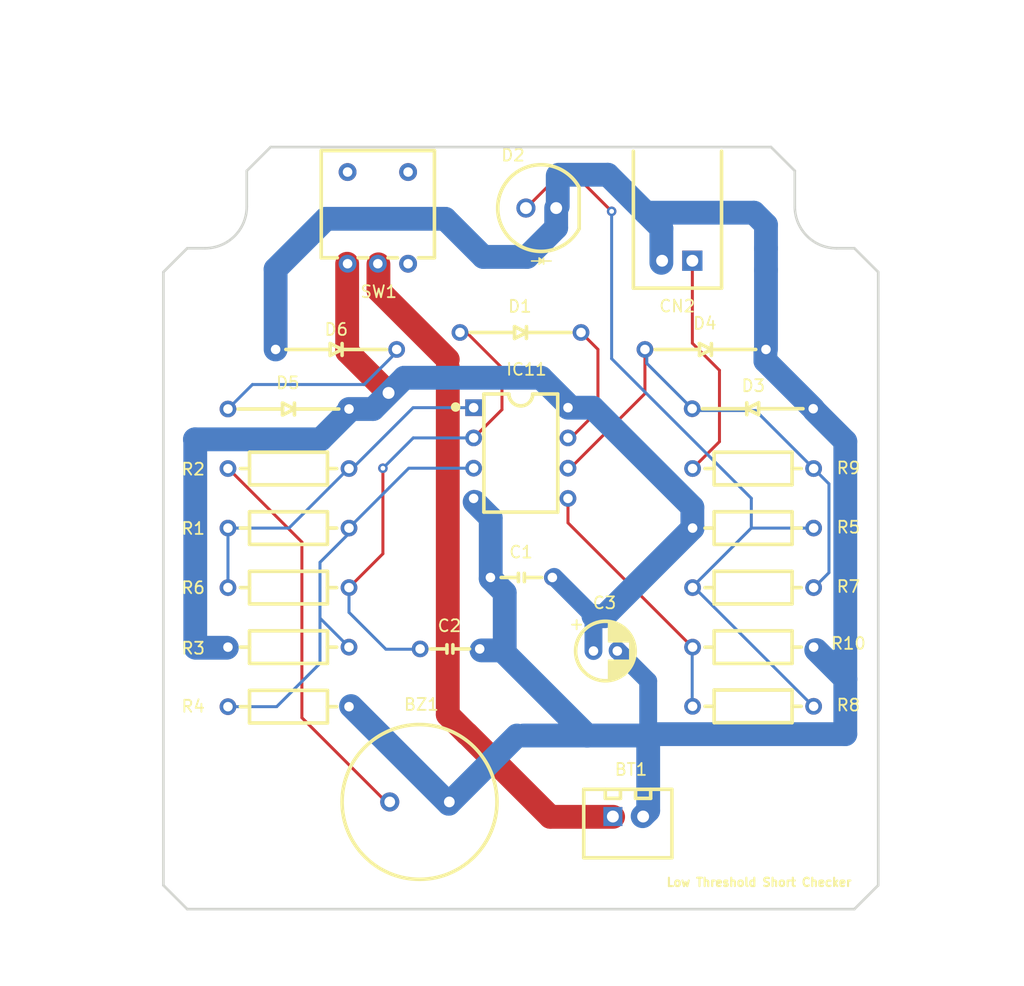
<source format=kicad_pcb>
(kicad_pcb (version 20171130) (host pcbnew "(5.1.10)-1")

  (general
    (thickness 1.6)
    (drawings 24)
    (tracks 135)
    (zones 0)
    (modules 28)
    (nets 15)
  )

  (page A4)
  (layers
    (0 F.Cu signal)
    (31 B.Cu signal)
    (32 B.Adhes user)
    (33 F.Adhes user)
    (34 B.Paste user)
    (35 F.Paste user)
    (36 B.SilkS user)
    (37 F.SilkS user)
    (38 B.Mask user)
    (39 F.Mask user)
    (40 Dwgs.User user)
    (41 Cmts.User user)
    (42 Eco1.User user)
    (43 Eco2.User user)
    (44 Edge.Cuts user)
    (45 Margin user)
    (46 B.CrtYd user)
    (47 F.CrtYd user)
    (48 B.Fab user)
    (49 F.Fab user)
  )

  (setup
    (last_trace_width 0.25)
    (trace_clearance 0.2)
    (zone_clearance 0.508)
    (zone_45_only no)
    (trace_min 0.2)
    (via_size 0.8)
    (via_drill 0.4)
    (via_min_size 0.4)
    (via_min_drill 0.3)
    (uvia_size 0.3)
    (uvia_drill 0.1)
    (uvias_allowed no)
    (uvia_min_size 0.2)
    (uvia_min_drill 0.1)
    (edge_width 0.05)
    (segment_width 0.2)
    (pcb_text_width 0.3)
    (pcb_text_size 1.5 1.5)
    (mod_edge_width 0.12)
    (mod_text_size 1 1)
    (mod_text_width 0.15)
    (pad_size 3.5 3.5)
    (pad_drill 3.5)
    (pad_to_mask_clearance 0)
    (aux_axis_origin 0 0)
    (visible_elements 7FFFFFFF)
    (pcbplotparams
      (layerselection 0x010e0_ffffffff)
      (usegerberextensions false)
      (usegerberattributes true)
      (usegerberadvancedattributes true)
      (creategerberjobfile true)
      (excludeedgelayer true)
      (linewidth 0.100000)
      (plotframeref false)
      (viasonmask false)
      (mode 1)
      (useauxorigin false)
      (hpglpennumber 1)
      (hpglpenspeed 20)
      (hpglpendiameter 15.000000)
      (psnegative false)
      (psa4output false)
      (plotreference true)
      (plotvalue true)
      (plotinvisibletext false)
      (padsonsilk false)
      (subtractmaskfromsilk false)
      (outputformat 1)
      (mirror false)
      (drillshape 0)
      (scaleselection 1)
      (outputdirectory "../../../../../OneDrive/デスクトップ/New folder/kicad/LowThresholdShortChecker_gerber+drill/"))
  )

  (net 0 "")
  (net 1 GND)
  (net 2 "Net-(BT1-Pad1)")
  (net 3 "Net-(BZ1-Pad1)")
  (net 4 +9V)
  (net 5 "Net-(C2-Pad1)")
  (net 6 "Net-(CN2-Pad1)")
  (net 7 "Net-(D1-Pad2)")
  (net 8 "Net-(D2-Pad1)")
  (net 9 "Net-(D3-Pad2)")
  (net 10 "Net-(IC11-Pad3)")
  (net 11 "Net-(SW1-Pad3)")
  (net 12 "Net-(D5-Pad1)")
  (net 13 "Net-(IC11-Pad1)")
  (net 14 "Net-(IC11-Pad5)")

  (net_class Default "This is the default net class."
    (clearance 0.2)
    (trace_width 0.25)
    (via_dia 0.8)
    (via_drill 0.4)
    (uvia_dia 0.3)
    (uvia_drill 0.1)
    (add_net +9V)
    (add_net GND)
    (add_net "Net-(BT1-Pad1)")
    (add_net "Net-(BZ1-Pad1)")
    (add_net "Net-(C2-Pad1)")
    (add_net "Net-(CN2-Pad1)")
    (add_net "Net-(D1-Pad2)")
    (add_net "Net-(D2-Pad1)")
    (add_net "Net-(D3-Pad2)")
    (add_net "Net-(D5-Pad1)")
    (add_net "Net-(IC11-Pad1)")
    (add_net "Net-(IC11-Pad3)")
    (add_net "Net-(IC11-Pad5)")
    (add_net "Net-(SW1-Pad3)")
  )

  (module C:film (layer F.Cu) (tedit 6126D9CB) (tstamp 61265674)
    (at 137.55 117.15)
    (path /612047A3)
    (fp_text reference C2 (at -0.046 -1.9436) (layer F.SilkS)
      (effects (font (size 1 1) (thickness 0.15)))
    )
    (fp_text value 0.1uF (at 0.01016 1.71704) (layer F.Fab)
      (effects (font (size 1 1) (thickness 0.15)))
    )
    (fp_line (start -0.25 0) (end -1.65 0) (layer F.SilkS) (width 0.3))
    (fp_line (start 0.25 0) (end 1.65 0) (layer F.SilkS) (width 0.3))
    (fp_line (start 0.25 0.35) (end 0.25 -0.35) (layer F.SilkS) (width 0.3))
    (fp_line (start -0.25 0.35) (end -0.25 -0.35) (layer F.SilkS) (width 0.3))
    (pad 2 thru_hole circle (at 2.5 0) (size 1.4 1.4) (drill 0.8) (layers *.Cu *.Mask)
      (net 1 GND))
    (pad 1 thru_hole circle (at -2.5 0) (size 1.4 1.4) (drill 0.8) (layers *.Cu *.Mask)
      (net 5 "Net-(C2-Pad1)"))
  )

  (module XH_connector:S2B-XH-A (layer F.Cu) (tedit 5962EBEF) (tstamp 61266FD9)
    (at 157.9 84.55 180)
    (path /611EFDB6)
    (fp_text reference CN2 (at 1.27 -3.81) (layer F.SilkS)
      (effects (font (size 1 1) (thickness 0.15)))
    )
    (fp_text value 2PIN (at 1.27 2.54) (layer F.Fab)
      (effects (font (size 1 1) (thickness 0.15)))
    )
    (fp_line (start -2.45 -2.3) (end 4.95 -2.3) (layer F.SilkS) (width 0.3))
    (fp_line (start -2.45 -2.3) (end -2.45 9.2) (layer F.SilkS) (width 0.3))
    (fp_line (start 4.95 -2.3) (end 4.95 9.2) (layer F.SilkS) (width 0.3))
    (pad 1 thru_hole rect (at 0 0 180) (size 1.7 1.7) (drill 1) (layers *.Cu *.Mask)
      (net 6 "Net-(CN2-Pad1)"))
    (pad 2 thru_hole circle (at 2.54 0 180) (size 1.7 1.7) (drill 1) (layers *.Cu *.Mask)
      (net 1 GND))
    (model Connectors_JST.3dshapes/JST_XH_S02B-XH-A_02x2.50mm_Angled.wrl
      (at (xyz 0 0 0))
      (scale (xyz 1 1 1))
      (rotate (xyz 0 0 0))
    )
  )

  (module "sw:AS1D 47" (layer F.Cu) (tedit 61260325) (tstamp 61266873)
    (at 131.5 79.8)
    (path /611DE7DF)
    (fp_text reference SW1 (at 0.075 7.35) (layer F.SilkS)
      (effects (font (size 1 1) (thickness 0.15)))
    )
    (fp_text value SS12D01G4 (at -0.06096 -6.49948) (layer F.Fab)
      (effects (font (size 1 1) (thickness 0.15)))
    )
    (fp_line (start 4.75 -4.5) (end -4.75 -4.5) (layer F.SilkS) (width 0.3))
    (fp_line (start -3.4 4.5) (end -4.75 4.5) (layer F.SilkS) (width 0.3))
    (fp_line (start 4.75 -4.5) (end 4.75 4.5) (layer F.SilkS) (width 0.3))
    (fp_line (start -4.75 -4.5) (end -4.75 4.5) (layer F.SilkS) (width 0.3))
    (fp_line (start -1.65 4.5) (end -0.85 4.5) (layer F.SilkS) (width 0.3))
    (fp_line (start 0.85 4.5) (end 1.65 4.5) (layer F.SilkS) (width 0.3))
    (fp_line (start 4.75 4.5) (end 3.4 4.5) (layer F.SilkS) (width 0.3))
    (pad 4 thru_hole circle (at -2.54 -2.7) (size 1.5 1.5) (drill 0.8) (layers *.Cu *.Mask))
    (pad 5 thru_hole circle (at 2.54 -2.7) (size 1.5 1.5) (drill 0.8) (layers *.Cu *.Mask))
    (pad 3 thru_hole circle (at 2.54 5) (size 1.5 1.5) (drill 0.8) (layers *.Cu *.Mask)
      (net 11 "Net-(SW1-Pad3)"))
    (pad 2 thru_hole circle (at 0 5) (size 1.5 1.5) (drill 0.8) (layers *.Cu *.Mask)
      (net 2 "Net-(BT1-Pad1)"))
    (pad 1 thru_hole circle (at -2.54 5) (size 1.5 1.5) (drill 0.8) (layers *.Cu *.Mask)
      (net 4 +9V))
  )

  (module XH_connector:XH-2pins (layer F.Cu) (tedit 60CC446D) (tstamp 612676B1)
    (at 152.625 131.225 90)
    (path /611DDC0F)
    (fp_text reference BT1 (at 3.95 0.125 180) (layer F.SilkS)
      (effects (font (size 1 1) (thickness 0.15)))
    )
    (fp_text value BH-9V-1P (at 0 4.699 90) (layer F.Fab)
      (effects (font (size 1 1) (thickness 0.15)))
    )
    (fp_line (start 1.524 1.778) (end 2.286 1.778) (layer F.SilkS) (width 0.3))
    (fp_line (start 1.524 0.508) (end 1.524 1.778) (layer F.SilkS) (width 0.3))
    (fp_line (start 2.286 0.508) (end 1.524 0.508) (layer F.SilkS) (width 0.3))
    (fp_line (start 1.524 -0.762) (end 2.286 -0.762) (layer F.SilkS) (width 0.3))
    (fp_line (start 1.524 -2.032) (end 1.524 -0.762) (layer F.SilkS) (width 0.3))
    (fp_line (start 2.286 -2.032) (end 1.524 -2.032) (layer F.SilkS) (width 0.3))
    (fp_line (start -3.464 -3.844) (end -3.464 3.556) (layer F.SilkS) (width 0.3))
    (fp_line (start -3.464 -3.844) (end 2.286 -3.844) (layer F.SilkS) (width 0.3))
    (fp_line (start 2.286 -3.844) (end 2.286 3.556) (layer F.SilkS) (width 0.3))
    (fp_line (start -3.464 3.556) (end 2.286 3.556) (layer F.SilkS) (width 0.3))
    (pad 2 thru_hole circle (at 0 1.143 90) (size 1.6 1.6) (drill 1) (layers *.Cu *.Mask)
      (net 1 GND))
    (pad 1 thru_hole rect (at 0 -1.397 90) (size 1.6 1.6) (drill 1) (layers *.Cu *.Mask)
      (net 2 "Net-(BT1-Pad1)"))
  )

  (module AD823AN:AD823AN (layer F.Cu) (tedit 61232C1E) (tstamp 612657AD)
    (at 143.5 100.7 270)
    (path /611E6F1F)
    (fp_text reference IC11 (at -7.025 -0.475 180) (layer F.SilkS)
      (effects (font (size 1 1) (thickness 0.15)))
    )
    (fp_text value AD823AN (at 0.254 -0.0508 90) (layer F.Fab)
      (effects (font (size 1 1) (thickness 0.15)))
    )
    (fp_line (start -4.96 3.1) (end -4.96 1) (layer F.SilkS) (width 0.3))
    (fp_line (start 4.96 -3.1) (end 4.96 3.1) (layer F.SilkS) (width 0.3))
    (fp_line (start -4.96 3.1) (end 4.96 3.1) (layer F.SilkS) (width 0.3))
    (fp_line (start -4.96 -3.1) (end -4.96 -1) (layer F.SilkS) (width 0.3))
    (fp_line (start 4.96 -3.1) (end -4.96 -3.1) (layer F.SilkS) (width 0.3))
    (fp_circle (center -3.86588 5.47116) (end -3.56588 5.47116) (layer F.SilkS) (width 0.2))
    (fp_poly (pts (xy -3.58648 5.57276) (xy -3.7338 5.76072) (xy -4.05384 5.76072) (xy -4.18592 5.52196)
      (xy -4.11988 5.32892) (xy -3.99796 5.22732) (xy -3.65252 5.22732)) (layer F.SilkS) (width 0.1))
    (fp_arc (start -4.96 0) (end -4.96 1) (angle -180) (layer F.SilkS) (width 0.3))
    (pad 1 thru_hole rect (at -3.81 3.96 270) (size 1.4 1.4) (drill 0.8) (layers *.Cu *.Mask)
      (net 13 "Net-(IC11-Pad1)"))
    (pad 2 thru_hole circle (at -1.27 3.96 270) (size 1.4 1.4) (drill 0.8) (layers *.Cu *.Mask)
      (net 5 "Net-(C2-Pad1)"))
    (pad 3 thru_hole circle (at 1.27 3.96 270) (size 1.4 1.4) (drill 0.8) (layers *.Cu *.Mask)
      (net 10 "Net-(IC11-Pad3)"))
    (pad 4 thru_hole circle (at 3.81 3.96 270) (size 1.4 1.4) (drill 0.8) (layers *.Cu *.Mask)
      (net 1 GND))
    (pad 8 thru_hole circle (at -3.81 -3.96 270) (size 1.4 1.4) (drill 0.8) (layers *.Cu *.Mask)
      (net 4 +9V))
    (pad 7 thru_hole circle (at -1.27 -3.96 270) (size 1.4 1.4) (drill 0.8) (layers *.Cu *.Mask)
      (net 7 "Net-(D1-Pad2)"))
    (pad 6 thru_hole circle (at 1.27 -3.96 270) (size 1.4 1.4) (drill 0.8) (layers *.Cu *.Mask)
      (net 9 "Net-(D3-Pad2)"))
    (pad 5 thru_hole circle (at 3.81 -3.96 270) (size 1.4 1.4) (drill 0.8) (layers *.Cu *.Mask)
      (net 14 "Net-(IC11-Pad5)"))
  )

  (module MountingHole:MountingHole_2.5mm (layer F.Cu) (tedit 56D1B4CB) (tstamp 61259A8B)
    (at 170 130)
    (descr "Mounting Hole 2.5mm, no annular")
    (tags "mounting hole 2.5mm no annular")
    (attr virtual)
    (fp_text reference REF** (at 0 -3.5) (layer F.SilkS) hide
      (effects (font (size 1 1) (thickness 0.15)))
    )
    (fp_text value MountingHole_2.5mm (at 0 3.5) (layer F.Fab)
      (effects (font (size 1 1) (thickness 0.15)))
    )
    (fp_circle (center 0 0) (end 2.75 0) (layer F.CrtYd) (width 0.05))
    (fp_circle (center 0 0) (end 2.5 0) (layer Cmts.User) (width 0.15))
    (fp_text user %R (at 0.3 0) (layer F.Fab)
      (effects (font (size 1 1) (thickness 0.15)))
    )
    (pad 1 np_thru_hole circle (at 0 0) (size 2.5 2.5) (drill 2.5) (layers *.Cu *.Mask))
  )

  (module MountingHole:MountingHole_2.5mm (layer F.Cu) (tedit 56D1B4CB) (tstamp 61259A8B)
    (at 117 130)
    (descr "Mounting Hole 2.5mm, no annular")
    (tags "mounting hole 2.5mm no annular")
    (attr virtual)
    (fp_text reference REF** (at 0 -3.5) (layer F.SilkS) hide
      (effects (font (size 1 1) (thickness 0.15)))
    )
    (fp_text value MountingHole_2.5mm (at 0 3.5) (layer F.Fab)
      (effects (font (size 1 1) (thickness 0.15)))
    )
    (fp_circle (center 0 0) (end 2.75 0) (layer F.CrtYd) (width 0.05))
    (fp_circle (center 0 0) (end 2.5 0) (layer Cmts.User) (width 0.15))
    (fp_text user %R (at 0.3 0) (layer F.Fab)
      (effects (font (size 1 1) (thickness 0.15)))
    )
    (pad 1 np_thru_hole circle (at 0 0) (size 2.5 2.5) (drill 2.5) (layers *.Cu *.Mask))
  )

  (module MountingHole:MountingHole_2.5mm (layer F.Cu) (tedit 56D1B4CB) (tstamp 61259A8B)
    (at 170 90)
    (descr "Mounting Hole 2.5mm, no annular")
    (tags "mounting hole 2.5mm no annular")
    (attr virtual)
    (fp_text reference REF** (at 0 -3.5) (layer F.SilkS) hide
      (effects (font (size 1 1) (thickness 0.15)))
    )
    (fp_text value MountingHole_2.5mm (at 0 3.5) (layer F.Fab)
      (effects (font (size 1 1) (thickness 0.15)))
    )
    (fp_circle (center 0 0) (end 2.75 0) (layer F.CrtYd) (width 0.05))
    (fp_circle (center 0 0) (end 2.5 0) (layer Cmts.User) (width 0.15))
    (fp_text user %R (at 0.3 0) (layer F.Fab)
      (effects (font (size 1 1) (thickness 0.15)))
    )
    (pad 1 np_thru_hole circle (at 0 0) (size 2.5 2.5) (drill 2.5) (layers *.Cu *.Mask))
  )

  (module MountingHole:MountingHole_2.5mm (layer F.Cu) (tedit 56D1B4CB) (tstamp 61259A6E)
    (at 117 90)
    (descr "Mounting Hole 2.5mm, no annular")
    (tags "mounting hole 2.5mm no annular")
    (attr virtual)
    (fp_text reference REF** (at 0 -3.5) (layer F.SilkS) hide
      (effects (font (size 1 1) (thickness 0.15)))
    )
    (fp_text value MountingHole_2.5mm (at 0 3.5) (layer F.Fab)
      (effects (font (size 1 1) (thickness 0.15)))
    )
    (fp_circle (center 0 0) (end 2.75 0) (layer F.CrtYd) (width 0.05))
    (fp_circle (center 0 0) (end 2.5 0) (layer Cmts.User) (width 0.15))
    (fp_text user %R (at 0.3 0) (layer F.Fab)
      (effects (font (size 1 1) (thickness 0.15)))
    )
    (pad 1 np_thru_hole circle (at 0 0) (size 2.5 2.5) (drill 2.5) (layers *.Cu *.Mask))
  )

  (module R:R (layer F.Cu) (tedit 6124AF5A) (tstamp 61261154)
    (at 163 117)
    (path /611E58A0)
    (fp_text reference R10 (at 8 -0.3124) (layer F.SilkS)
      (effects (font (size 1 1) (thickness 0.15)))
    )
    (fp_text value 30K (at 0 -2.286) (layer F.Fab)
      (effects (font (size 1 1) (thickness 0.15)))
    )
    (fp_line (start -6.13 1.5) (end 6.13 1.5) (layer F.CrtYd) (width 0.05))
    (fp_line (start 3.27 1.37) (end 3.27 -1.37) (layer F.SilkS) (width 0.3))
    (fp_line (start 5.08 0) (end 3.15 0) (layer F.Fab) (width 0.1))
    (fp_line (start -3.15 -1.25) (end -3.15 1.25) (layer F.Fab) (width 0.1))
    (fp_line (start -5.08 0) (end -3.15 0) (layer F.Fab) (width 0.1))
    (fp_line (start -3.27 -1.37) (end -3.27 1.37) (layer F.SilkS) (width 0.3))
    (fp_line (start 4.04 0) (end 3.27 0) (layer F.SilkS) (width 0.3))
    (fp_line (start -3.27 1.37) (end 3.27 1.37) (layer F.SilkS) (width 0.3))
    (fp_line (start 3.15 -1.25) (end -3.15 -1.25) (layer F.Fab) (width 0.1))
    (fp_line (start 6.13 -1.5) (end -6.13 -1.5) (layer F.CrtYd) (width 0.05))
    (fp_line (start 3.27 -1.37) (end -3.27 -1.37) (layer F.SilkS) (width 0.3))
    (fp_line (start -4.04 0) (end -3.27 0) (layer F.SilkS) (width 0.3))
    (fp_line (start -3.15 1.25) (end 3.15 1.25) (layer F.Fab) (width 0.1))
    (fp_line (start 6.13 1.5) (end 6.13 -1.5) (layer F.CrtYd) (width 0.05))
    (fp_line (start 3.15 1.25) (end 3.15 -1.25) (layer F.Fab) (width 0.1))
    (fp_line (start -6.13 -1.5) (end -6.13 1.5) (layer F.CrtYd) (width 0.05))
    (fp_text user L6.3mm_D2.5mm_P10.16mm (at 0.29464 2.77876) (layer F.Fab)
      (effects (font (size 1 1) (thickness 0.15)))
    )
    (pad 1 thru_hole circle (at -5.08 0) (size 1.4 1.4) (drill 0.8) (layers *.Cu *.Mask)
      (net 14 "Net-(IC11-Pad5)"))
    (pad 2 thru_hole circle (at 5.08 0) (size 1.4 1.4) (drill 0.8) (layers *.Cu *.Mask)
      (net 1 GND))
  )

  (module R:R (layer F.Cu) (tedit 6124AF5A) (tstamp 6126125C)
    (at 163 102)
    (path /611EEF9D)
    (fp_text reference R9 (at 8 -0.0444) (layer F.SilkS)
      (effects (font (size 1 1) (thickness 0.15)))
    )
    (fp_text value 2K (at 0 -2.286) (layer F.Fab)
      (effects (font (size 1 1) (thickness 0.15)))
    )
    (fp_line (start -6.13 1.5) (end 6.13 1.5) (layer F.CrtYd) (width 0.05))
    (fp_line (start 3.27 1.37) (end 3.27 -1.37) (layer F.SilkS) (width 0.3))
    (fp_line (start 5.08 0) (end 3.15 0) (layer F.Fab) (width 0.1))
    (fp_line (start -3.15 -1.25) (end -3.15 1.25) (layer F.Fab) (width 0.1))
    (fp_line (start -5.08 0) (end -3.15 0) (layer F.Fab) (width 0.1))
    (fp_line (start -3.27 -1.37) (end -3.27 1.37) (layer F.SilkS) (width 0.3))
    (fp_line (start 4.04 0) (end 3.27 0) (layer F.SilkS) (width 0.3))
    (fp_line (start -3.27 1.37) (end 3.27 1.37) (layer F.SilkS) (width 0.3))
    (fp_line (start 3.15 -1.25) (end -3.15 -1.25) (layer F.Fab) (width 0.1))
    (fp_line (start 6.13 -1.5) (end -6.13 -1.5) (layer F.CrtYd) (width 0.05))
    (fp_line (start 3.27 -1.37) (end -3.27 -1.37) (layer F.SilkS) (width 0.3))
    (fp_line (start -4.04 0) (end -3.27 0) (layer F.SilkS) (width 0.3))
    (fp_line (start -3.15 1.25) (end 3.15 1.25) (layer F.Fab) (width 0.1))
    (fp_line (start 6.13 1.5) (end 6.13 -1.5) (layer F.CrtYd) (width 0.05))
    (fp_line (start 3.15 1.25) (end 3.15 -1.25) (layer F.Fab) (width 0.1))
    (fp_line (start -6.13 -1.5) (end -6.13 1.5) (layer F.CrtYd) (width 0.05))
    (fp_text user L6.3mm_D2.5mm_P10.16mm (at 0.29464 2.77876) (layer F.Fab)
      (effects (font (size 1 1) (thickness 0.15)))
    )
    (pad 1 thru_hole circle (at -5.08 0) (size 1.4 1.4) (drill 0.8) (layers *.Cu *.Mask)
      (net 6 "Net-(CN2-Pad1)"))
    (pad 2 thru_hole circle (at 5.08 0) (size 1.4 1.4) (drill 0.8) (layers *.Cu *.Mask)
      (net 9 "Net-(D3-Pad2)"))
  )

  (module R:R (layer F.Cu) (tedit 6124AF5A) (tstamp 6126121A)
    (at 163 121.9708 180)
    (path /611E544C)
    (fp_text reference R8 (at -8 0.1016) (layer F.SilkS)
      (effects (font (size 1 1) (thickness 0.15)))
    )
    (fp_text value 180K (at 0 -2.286) (layer F.Fab)
      (effects (font (size 1 1) (thickness 0.15)))
    )
    (fp_line (start -6.13 1.5) (end 6.13 1.5) (layer F.CrtYd) (width 0.05))
    (fp_line (start 3.27 1.37) (end 3.27 -1.37) (layer F.SilkS) (width 0.3))
    (fp_line (start 5.08 0) (end 3.15 0) (layer F.Fab) (width 0.1))
    (fp_line (start -3.15 -1.25) (end -3.15 1.25) (layer F.Fab) (width 0.1))
    (fp_line (start -5.08 0) (end -3.15 0) (layer F.Fab) (width 0.1))
    (fp_line (start -3.27 -1.37) (end -3.27 1.37) (layer F.SilkS) (width 0.3))
    (fp_line (start 4.04 0) (end 3.27 0) (layer F.SilkS) (width 0.3))
    (fp_line (start -3.27 1.37) (end 3.27 1.37) (layer F.SilkS) (width 0.3))
    (fp_line (start 3.15 -1.25) (end -3.15 -1.25) (layer F.Fab) (width 0.1))
    (fp_line (start 6.13 -1.5) (end -6.13 -1.5) (layer F.CrtYd) (width 0.05))
    (fp_line (start 3.27 -1.37) (end -3.27 -1.37) (layer F.SilkS) (width 0.3))
    (fp_line (start -4.04 0) (end -3.27 0) (layer F.SilkS) (width 0.3))
    (fp_line (start -3.15 1.25) (end 3.15 1.25) (layer F.Fab) (width 0.1))
    (fp_line (start 6.13 1.5) (end 6.13 -1.5) (layer F.CrtYd) (width 0.05))
    (fp_line (start 3.15 1.25) (end 3.15 -1.25) (layer F.Fab) (width 0.1))
    (fp_line (start -6.13 -1.5) (end -6.13 1.5) (layer F.CrtYd) (width 0.05))
    (fp_text user L6.3mm_D2.5mm_P10.16mm (at 0.29464 2.77876) (layer F.Fab)
      (effects (font (size 1 1) (thickness 0.15)))
    )
    (pad 1 thru_hole circle (at -5.08 0 180) (size 1.4 1.4) (drill 0.8) (layers *.Cu *.Mask)
      (net 8 "Net-(D2-Pad1)"))
    (pad 2 thru_hole circle (at 5.08 0 180) (size 1.4 1.4) (drill 0.8) (layers *.Cu *.Mask)
      (net 14 "Net-(IC11-Pad5)"))
  )

  (module R:R (layer F.Cu) (tedit 6124AF5A) (tstamp 61263F3F)
    (at 163 112)
    (path /611EEA6F)
    (fp_text reference R7 (at 8 -0.0876) (layer F.SilkS)
      (effects (font (size 1 1) (thickness 0.15)))
    )
    (fp_text value 13K (at 0 -2.286) (layer F.Fab)
      (effects (font (size 1 1) (thickness 0.15)))
    )
    (fp_line (start -6.13 1.5) (end 6.13 1.5) (layer F.CrtYd) (width 0.05))
    (fp_line (start 3.27 1.37) (end 3.27 -1.37) (layer F.SilkS) (width 0.3))
    (fp_line (start 5.08 0) (end 3.15 0) (layer F.Fab) (width 0.1))
    (fp_line (start -3.15 -1.25) (end -3.15 1.25) (layer F.Fab) (width 0.1))
    (fp_line (start -5.08 0) (end -3.15 0) (layer F.Fab) (width 0.1))
    (fp_line (start -3.27 -1.37) (end -3.27 1.37) (layer F.SilkS) (width 0.3))
    (fp_line (start 4.04 0) (end 3.27 0) (layer F.SilkS) (width 0.3))
    (fp_line (start -3.27 1.37) (end 3.27 1.37) (layer F.SilkS) (width 0.3))
    (fp_line (start 3.15 -1.25) (end -3.15 -1.25) (layer F.Fab) (width 0.1))
    (fp_line (start 6.13 -1.5) (end -6.13 -1.5) (layer F.CrtYd) (width 0.05))
    (fp_line (start 3.27 -1.37) (end -3.27 -1.37) (layer F.SilkS) (width 0.3))
    (fp_line (start -4.04 0) (end -3.27 0) (layer F.SilkS) (width 0.3))
    (fp_line (start -3.15 1.25) (end 3.15 1.25) (layer F.Fab) (width 0.1))
    (fp_line (start 6.13 1.5) (end 6.13 -1.5) (layer F.CrtYd) (width 0.05))
    (fp_line (start 3.15 1.25) (end 3.15 -1.25) (layer F.Fab) (width 0.1))
    (fp_line (start -6.13 -1.5) (end -6.13 1.5) (layer F.CrtYd) (width 0.05))
    (fp_text user L6.3mm_D2.5mm_P10.16mm (at 0.29464 2.77876) (layer F.Fab)
      (effects (font (size 1 1) (thickness 0.15)))
    )
    (pad 1 thru_hole circle (at -5.08 0) (size 1.4 1.4) (drill 0.8) (layers *.Cu *.Mask)
      (net 8 "Net-(D2-Pad1)"))
    (pad 2 thru_hole circle (at 5.08 0) (size 1.4 1.4) (drill 0.8) (layers *.Cu *.Mask)
      (net 9 "Net-(D3-Pad2)"))
  )

  (module R:R (layer F.Cu) (tedit 6124AF5A) (tstamp 61260DA3)
    (at 124 112)
    (path /61201974)
    (fp_text reference R6 (at -8 0.014) (layer F.SilkS)
      (effects (font (size 1 1) (thickness 0.15)))
    )
    (fp_text value 2K (at 0 -2.286) (layer F.Fab)
      (effects (font (size 1 1) (thickness 0.15)))
    )
    (fp_line (start -6.13 1.5) (end 6.13 1.5) (layer F.CrtYd) (width 0.05))
    (fp_line (start 3.27 1.37) (end 3.27 -1.37) (layer F.SilkS) (width 0.3))
    (fp_line (start 5.08 0) (end 3.15 0) (layer F.Fab) (width 0.1))
    (fp_line (start -3.15 -1.25) (end -3.15 1.25) (layer F.Fab) (width 0.1))
    (fp_line (start -5.08 0) (end -3.15 0) (layer F.Fab) (width 0.1))
    (fp_line (start -3.27 -1.37) (end -3.27 1.37) (layer F.SilkS) (width 0.3))
    (fp_line (start 4.04 0) (end 3.27 0) (layer F.SilkS) (width 0.3))
    (fp_line (start -3.27 1.37) (end 3.27 1.37) (layer F.SilkS) (width 0.3))
    (fp_line (start 3.15 -1.25) (end -3.15 -1.25) (layer F.Fab) (width 0.1))
    (fp_line (start 6.13 -1.5) (end -6.13 -1.5) (layer F.CrtYd) (width 0.05))
    (fp_line (start 3.27 -1.37) (end -3.27 -1.37) (layer F.SilkS) (width 0.3))
    (fp_line (start -4.04 0) (end -3.27 0) (layer F.SilkS) (width 0.3))
    (fp_line (start -3.15 1.25) (end 3.15 1.25) (layer F.Fab) (width 0.1))
    (fp_line (start 6.13 1.5) (end 6.13 -1.5) (layer F.CrtYd) (width 0.05))
    (fp_line (start 3.15 1.25) (end 3.15 -1.25) (layer F.Fab) (width 0.1))
    (fp_line (start -6.13 -1.5) (end -6.13 1.5) (layer F.CrtYd) (width 0.05))
    (fp_text user L6.3mm_D2.5mm_P10.16mm (at 0.29464 2.77876) (layer F.Fab)
      (effects (font (size 1 1) (thickness 0.15)))
    )
    (pad 1 thru_hole circle (at -5.08 0) (size 1.4 1.4) (drill 0.8) (layers *.Cu *.Mask)
      (net 13 "Net-(IC11-Pad1)"))
    (pad 2 thru_hole circle (at 5.08 0) (size 1.4 1.4) (drill 0.8) (layers *.Cu *.Mask)
      (net 5 "Net-(C2-Pad1)"))
  )

  (module R:R (layer F.Cu) (tedit 6124AF5A) (tstamp 61261196)
    (at 163 107)
    (path /611E2750)
    (fp_text reference R5 (at 8 -0.066) (layer F.SilkS)
      (effects (font (size 1 1) (thickness 0.15)))
    )
    (fp_text value 1K (at 0 -2.286) (layer F.Fab)
      (effects (font (size 1 1) (thickness 0.15)))
    )
    (fp_line (start -6.13 1.5) (end 6.13 1.5) (layer F.CrtYd) (width 0.05))
    (fp_line (start 3.27 1.37) (end 3.27 -1.37) (layer F.SilkS) (width 0.3))
    (fp_line (start 5.08 0) (end 3.15 0) (layer F.Fab) (width 0.1))
    (fp_line (start -3.15 -1.25) (end -3.15 1.25) (layer F.Fab) (width 0.1))
    (fp_line (start -5.08 0) (end -3.15 0) (layer F.Fab) (width 0.1))
    (fp_line (start -3.27 -1.37) (end -3.27 1.37) (layer F.SilkS) (width 0.3))
    (fp_line (start 4.04 0) (end 3.27 0) (layer F.SilkS) (width 0.3))
    (fp_line (start -3.27 1.37) (end 3.27 1.37) (layer F.SilkS) (width 0.3))
    (fp_line (start 3.15 -1.25) (end -3.15 -1.25) (layer F.Fab) (width 0.1))
    (fp_line (start 6.13 -1.5) (end -6.13 -1.5) (layer F.CrtYd) (width 0.05))
    (fp_line (start 3.27 -1.37) (end -3.27 -1.37) (layer F.SilkS) (width 0.3))
    (fp_line (start -4.04 0) (end -3.27 0) (layer F.SilkS) (width 0.3))
    (fp_line (start -3.15 1.25) (end 3.15 1.25) (layer F.Fab) (width 0.1))
    (fp_line (start 6.13 1.5) (end 6.13 -1.5) (layer F.CrtYd) (width 0.05))
    (fp_line (start 3.15 1.25) (end 3.15 -1.25) (layer F.Fab) (width 0.1))
    (fp_line (start -6.13 -1.5) (end -6.13 1.5) (layer F.CrtYd) (width 0.05))
    (fp_text user L6.3mm_D2.5mm_P10.16mm (at 0.29464 2.77876) (layer F.Fab)
      (effects (font (size 1 1) (thickness 0.15)))
    )
    (pad 1 thru_hole circle (at -5.08 0) (size 1.4 1.4) (drill 0.8) (layers *.Cu *.Mask)
      (net 4 +9V))
    (pad 2 thru_hole circle (at 5.08 0) (size 1.4 1.4) (drill 0.8) (layers *.Cu *.Mask)
      (net 8 "Net-(D2-Pad1)"))
  )

  (module R:R (layer F.Cu) (tedit 6124AF5A) (tstamp 6126137A)
    (at 124 122)
    (path /611FE6C2)
    (fp_text reference R4 (at -8 -0.0292) (layer F.SilkS)
      (effects (font (size 1 1) (thickness 0.15)))
    )
    (fp_text value 10K (at 0 -2.286) (layer F.Fab)
      (effects (font (size 1 1) (thickness 0.15)))
    )
    (fp_line (start -6.13 1.5) (end 6.13 1.5) (layer F.CrtYd) (width 0.05))
    (fp_line (start 3.27 1.37) (end 3.27 -1.37) (layer F.SilkS) (width 0.3))
    (fp_line (start 5.08 0) (end 3.15 0) (layer F.Fab) (width 0.1))
    (fp_line (start -3.15 -1.25) (end -3.15 1.25) (layer F.Fab) (width 0.1))
    (fp_line (start -5.08 0) (end -3.15 0) (layer F.Fab) (width 0.1))
    (fp_line (start -3.27 -1.37) (end -3.27 1.37) (layer F.SilkS) (width 0.3))
    (fp_line (start 4.04 0) (end 3.27 0) (layer F.SilkS) (width 0.3))
    (fp_line (start -3.27 1.37) (end 3.27 1.37) (layer F.SilkS) (width 0.3))
    (fp_line (start 3.15 -1.25) (end -3.15 -1.25) (layer F.Fab) (width 0.1))
    (fp_line (start 6.13 -1.5) (end -6.13 -1.5) (layer F.CrtYd) (width 0.05))
    (fp_line (start 3.27 -1.37) (end -3.27 -1.37) (layer F.SilkS) (width 0.3))
    (fp_line (start -4.04 0) (end -3.27 0) (layer F.SilkS) (width 0.3))
    (fp_line (start -3.15 1.25) (end 3.15 1.25) (layer F.Fab) (width 0.1))
    (fp_line (start 6.13 1.5) (end 6.13 -1.5) (layer F.CrtYd) (width 0.05))
    (fp_line (start 3.15 1.25) (end 3.15 -1.25) (layer F.Fab) (width 0.1))
    (fp_line (start -6.13 -1.5) (end -6.13 1.5) (layer F.CrtYd) (width 0.05))
    (fp_text user L6.3mm_D2.5mm_P10.16mm (at 0.29464 2.77876) (layer F.Fab)
      (effects (font (size 1 1) (thickness 0.15)))
    )
    (pad 1 thru_hole circle (at -5.08 0) (size 1.4 1.4) (drill 0.8) (layers *.Cu *.Mask)
      (net 10 "Net-(IC11-Pad3)"))
    (pad 2 thru_hole circle (at 5.08 0) (size 1.4 1.4) (drill 0.8) (layers *.Cu *.Mask)
      (net 1 GND))
  )

  (module R:R (layer F.Cu) (tedit 6124AF5A) (tstamp 61263782)
    (at 124 117)
    (path /611FDCA1)
    (fp_text reference R3 (at -8 0.094) (layer F.SilkS)
      (effects (font (size 1 1) (thickness 0.15)))
    )
    (fp_text value 10K (at 0 -2.286) (layer F.Fab)
      (effects (font (size 1 1) (thickness 0.15)))
    )
    (fp_line (start -6.13 1.5) (end 6.13 1.5) (layer F.CrtYd) (width 0.05))
    (fp_line (start 3.27 1.37) (end 3.27 -1.37) (layer F.SilkS) (width 0.3))
    (fp_line (start 5.08 0) (end 3.15 0) (layer F.Fab) (width 0.1))
    (fp_line (start -3.15 -1.25) (end -3.15 1.25) (layer F.Fab) (width 0.1))
    (fp_line (start -5.08 0) (end -3.15 0) (layer F.Fab) (width 0.1))
    (fp_line (start -3.27 -1.37) (end -3.27 1.37) (layer F.SilkS) (width 0.3))
    (fp_line (start 4.04 0) (end 3.27 0) (layer F.SilkS) (width 0.3))
    (fp_line (start -3.27 1.37) (end 3.27 1.37) (layer F.SilkS) (width 0.3))
    (fp_line (start 3.15 -1.25) (end -3.15 -1.25) (layer F.Fab) (width 0.1))
    (fp_line (start 6.13 -1.5) (end -6.13 -1.5) (layer F.CrtYd) (width 0.05))
    (fp_line (start 3.27 -1.37) (end -3.27 -1.37) (layer F.SilkS) (width 0.3))
    (fp_line (start -4.04 0) (end -3.27 0) (layer F.SilkS) (width 0.3))
    (fp_line (start -3.15 1.25) (end 3.15 1.25) (layer F.Fab) (width 0.1))
    (fp_line (start 6.13 1.5) (end 6.13 -1.5) (layer F.CrtYd) (width 0.05))
    (fp_line (start 3.15 1.25) (end 3.15 -1.25) (layer F.Fab) (width 0.1))
    (fp_line (start -6.13 -1.5) (end -6.13 1.5) (layer F.CrtYd) (width 0.05))
    (fp_text user L6.3mm_D2.5mm_P10.16mm (at 0.29464 2.77876) (layer F.Fab)
      (effects (font (size 1 1) (thickness 0.15)))
    )
    (pad 1 thru_hole circle (at -5.08 0) (size 1.4 1.4) (drill 0.8) (layers *.Cu *.Mask)
      (net 4 +9V))
    (pad 2 thru_hole circle (at 5.08 0) (size 1.4 1.4) (drill 0.8) (layers *.Cu *.Mask)
      (net 10 "Net-(IC11-Pad3)"))
  )

  (module R:R (layer F.Cu) (tedit 6124AF5A) (tstamp 6126393D)
    (at 124 102)
    (path /611E510C)
    (fp_text reference R2 (at -8 0.0572) (layer F.SilkS)
      (effects (font (size 1 1) (thickness 0.15)))
    )
    (fp_text value 1K (at 0 -2.286) (layer F.Fab)
      (effects (font (size 1 1) (thickness 0.15)))
    )
    (fp_line (start -6.13 1.5) (end 6.13 1.5) (layer F.CrtYd) (width 0.05))
    (fp_line (start 3.27 1.37) (end 3.27 -1.37) (layer F.SilkS) (width 0.3))
    (fp_line (start 5.08 0) (end 3.15 0) (layer F.Fab) (width 0.1))
    (fp_line (start -3.15 -1.25) (end -3.15 1.25) (layer F.Fab) (width 0.1))
    (fp_line (start -5.08 0) (end -3.15 0) (layer F.Fab) (width 0.1))
    (fp_line (start -3.27 -1.37) (end -3.27 1.37) (layer F.SilkS) (width 0.3))
    (fp_line (start 4.04 0) (end 3.27 0) (layer F.SilkS) (width 0.3))
    (fp_line (start -3.27 1.37) (end 3.27 1.37) (layer F.SilkS) (width 0.3))
    (fp_line (start 3.15 -1.25) (end -3.15 -1.25) (layer F.Fab) (width 0.1))
    (fp_line (start 6.13 -1.5) (end -6.13 -1.5) (layer F.CrtYd) (width 0.05))
    (fp_line (start 3.27 -1.37) (end -3.27 -1.37) (layer F.SilkS) (width 0.3))
    (fp_line (start -4.04 0) (end -3.27 0) (layer F.SilkS) (width 0.3))
    (fp_line (start -3.15 1.25) (end 3.15 1.25) (layer F.Fab) (width 0.1))
    (fp_line (start 6.13 1.5) (end 6.13 -1.5) (layer F.CrtYd) (width 0.05))
    (fp_line (start 3.15 1.25) (end 3.15 -1.25) (layer F.Fab) (width 0.1))
    (fp_line (start -6.13 -1.5) (end -6.13 1.5) (layer F.CrtYd) (width 0.05))
    (fp_text user L6.3mm_D2.5mm_P10.16mm (at 0.29464 2.77876) (layer F.Fab)
      (effects (font (size 1 1) (thickness 0.15)))
    )
    (pad 1 thru_hole circle (at -5.08 0) (size 1.4 1.4) (drill 0.8) (layers *.Cu *.Mask)
      (net 3 "Net-(BZ1-Pad1)"))
    (pad 2 thru_hole circle (at 5.08 0) (size 1.4 1.4) (drill 0.8) (layers *.Cu *.Mask)
      (net 13 "Net-(IC11-Pad1)"))
  )

  (module R:R (layer F.Cu) (tedit 6124AF5A) (tstamp 61260DE5)
    (at 124 107)
    (path /61209B89)
    (fp_text reference R1 (at -8 0.0356) (layer F.SilkS)
      (effects (font (size 1 1) (thickness 0.15)))
    )
    (fp_text value 10K (at 0 -2.286) (layer F.Fab)
      (effects (font (size 1 1) (thickness 0.15)))
    )
    (fp_line (start -6.13 1.5) (end 6.13 1.5) (layer F.CrtYd) (width 0.05))
    (fp_line (start 3.27 1.37) (end 3.27 -1.37) (layer F.SilkS) (width 0.3))
    (fp_line (start 5.08 0) (end 3.15 0) (layer F.Fab) (width 0.1))
    (fp_line (start -3.15 -1.25) (end -3.15 1.25) (layer F.Fab) (width 0.1))
    (fp_line (start -5.08 0) (end -3.15 0) (layer F.Fab) (width 0.1))
    (fp_line (start -3.27 -1.37) (end -3.27 1.37) (layer F.SilkS) (width 0.3))
    (fp_line (start 4.04 0) (end 3.27 0) (layer F.SilkS) (width 0.3))
    (fp_line (start -3.27 1.37) (end 3.27 1.37) (layer F.SilkS) (width 0.3))
    (fp_line (start 3.15 -1.25) (end -3.15 -1.25) (layer F.Fab) (width 0.1))
    (fp_line (start 6.13 -1.5) (end -6.13 -1.5) (layer F.CrtYd) (width 0.05))
    (fp_line (start 3.27 -1.37) (end -3.27 -1.37) (layer F.SilkS) (width 0.3))
    (fp_line (start -4.04 0) (end -3.27 0) (layer F.SilkS) (width 0.3))
    (fp_line (start -3.15 1.25) (end 3.15 1.25) (layer F.Fab) (width 0.1))
    (fp_line (start 6.13 1.5) (end 6.13 -1.5) (layer F.CrtYd) (width 0.05))
    (fp_line (start 3.15 1.25) (end 3.15 -1.25) (layer F.Fab) (width 0.1))
    (fp_line (start -6.13 -1.5) (end -6.13 1.5) (layer F.CrtYd) (width 0.05))
    (fp_text user L6.3mm_D2.5mm_P10.16mm (at 0.29464 2.77876) (layer F.Fab)
      (effects (font (size 1 1) (thickness 0.15)))
    )
    (pad 1 thru_hole circle (at -5.08 0) (size 1.4 1.4) (drill 0.8) (layers *.Cu *.Mask)
      (net 13 "Net-(IC11-Pad1)"))
    (pad 2 thru_hole circle (at 5.08 0) (size 1.4 1.4) (drill 0.8) (layers *.Cu *.Mask)
      (net 10 "Net-(IC11-Pad3)"))
  )

  (module Diode_custom:1S2076A (layer F.Cu) (tedit 6122F7BA) (tstamp 61260E71)
    (at 128 92)
    (path /61237C9B)
    (fp_text reference D6 (at 0.016 -1.6776) (layer F.SilkS)
      (effects (font (size 1 1) (thickness 0.15)))
    )
    (fp_text value 1S2076A (at -0.05588 -3.1924) (layer F.Fab)
      (effects (font (size 1 1) (thickness 0.15)))
    )
    (fp_line (start 0.5 -0.5) (end 0.5 0.5) (layer F.SilkS) (width 0.3))
    (fp_line (start -0.5 0.5) (end 0.5 0) (layer F.SilkS) (width 0.3))
    (fp_line (start -0.5 -0.5) (end 0.5 0) (layer F.SilkS) (width 0.3))
    (fp_line (start -0.5 -0.5) (end -0.5 0) (layer F.SilkS) (width 0.3))
    (fp_line (start -0.5 0) (end -0.5 0.5) (layer F.SilkS) (width 0.3))
    (fp_line (start 0.5 0) (end 4.22148 0) (layer F.SilkS) (width 0.3))
    (fp_line (start -4.22148 0) (end -0.5 0) (layer F.SilkS) (width 0.3))
    (pad 2 thru_hole circle (at 5.08 0) (size 1.4 1.4) (drill 0.8) (layers *.Cu *.Mask)
      (net 12 "Net-(D5-Pad1)"))
    (pad 1 thru_hole circle (at -5.08 0) (size 1.4 1.4) (drill 0.8) (layers *.Cu *.Mask)
      (net 1 GND))
  )

  (module Diode_custom:1S2076A (layer F.Cu) (tedit 6122F7BA) (tstamp 612512D2)
    (at 124 97)
    (path /61236DBF)
    (fp_text reference D5 (at -0.05588 -2.1924) (layer F.SilkS)
      (effects (font (size 1 1) (thickness 0.15)))
    )
    (fp_text value 1S2076A (at -0.05588 -3.1924) (layer F.Fab)
      (effects (font (size 1 1) (thickness 0.15)))
    )
    (fp_line (start 0.5 -0.5) (end 0.5 0.5) (layer F.SilkS) (width 0.3))
    (fp_line (start -0.5 0.5) (end 0.5 0) (layer F.SilkS) (width 0.3))
    (fp_line (start -0.5 -0.5) (end 0.5 0) (layer F.SilkS) (width 0.3))
    (fp_line (start -0.5 -0.5) (end -0.5 0) (layer F.SilkS) (width 0.3))
    (fp_line (start -0.5 0) (end -0.5 0.5) (layer F.SilkS) (width 0.3))
    (fp_line (start 0.5 0) (end 4.22148 0) (layer F.SilkS) (width 0.3))
    (fp_line (start -4.22148 0) (end -0.5 0) (layer F.SilkS) (width 0.3))
    (pad 2 thru_hole circle (at 5.08 0) (size 1.4 1.4) (drill 0.8) (layers *.Cu *.Mask)
      (net 4 +9V))
    (pad 1 thru_hole circle (at -5.08 0) (size 1.4 1.4) (drill 0.8) (layers *.Cu *.Mask)
      (net 12 "Net-(D5-Pad1)"))
  )

  (module Diode_custom:1S2076A (layer F.Cu) (tedit 6122F7BA) (tstamp 6126069A)
    (at 159 92)
    (path /6122759B)
    (fp_text reference D4 (at -0.05588 -2.1924) (layer F.SilkS)
      (effects (font (size 1 1) (thickness 0.15)))
    )
    (fp_text value 1S2076A (at -0.05588 -3.1924) (layer F.Fab)
      (effects (font (size 1 1) (thickness 0.15)))
    )
    (fp_line (start 0.5 -0.5) (end 0.5 0.5) (layer F.SilkS) (width 0.3))
    (fp_line (start -0.5 0.5) (end 0.5 0) (layer F.SilkS) (width 0.3))
    (fp_line (start -0.5 -0.5) (end 0.5 0) (layer F.SilkS) (width 0.3))
    (fp_line (start -0.5 -0.5) (end -0.5 0) (layer F.SilkS) (width 0.3))
    (fp_line (start -0.5 0) (end -0.5 0.5) (layer F.SilkS) (width 0.3))
    (fp_line (start 0.5 0) (end 4.22148 0) (layer F.SilkS) (width 0.3))
    (fp_line (start -4.22148 0) (end -0.5 0) (layer F.SilkS) (width 0.3))
    (pad 2 thru_hole circle (at 5.08 0) (size 1.4 1.4) (drill 0.8) (layers *.Cu *.Mask)
      (net 1 GND))
    (pad 1 thru_hole circle (at -5.08 0) (size 1.4 1.4) (drill 0.8) (layers *.Cu *.Mask)
      (net 9 "Net-(D3-Pad2)"))
  )

  (module Diode_custom:1S2076A (layer F.Cu) (tedit 6122F7BA) (tstamp 612614B1)
    (at 162.9664 96.9772 180)
    (path /61224A07)
    (fp_text reference D3 (at -0.0508 1.9304) (layer F.SilkS)
      (effects (font (size 1 1) (thickness 0.15)))
    )
    (fp_text value 1S2076A (at -0.05588 -3.1924) (layer F.Fab)
      (effects (font (size 1 1) (thickness 0.15)))
    )
    (fp_line (start 0.5 -0.5) (end 0.5 0.5) (layer F.SilkS) (width 0.3))
    (fp_line (start -0.5 0.5) (end 0.5 0) (layer F.SilkS) (width 0.3))
    (fp_line (start -0.5 -0.5) (end 0.5 0) (layer F.SilkS) (width 0.3))
    (fp_line (start -0.5 -0.5) (end -0.5 0) (layer F.SilkS) (width 0.3))
    (fp_line (start -0.5 0) (end -0.5 0.5) (layer F.SilkS) (width 0.3))
    (fp_line (start 0.5 0) (end 4.22148 0) (layer F.SilkS) (width 0.3))
    (fp_line (start -4.22148 0) (end -0.5 0) (layer F.SilkS) (width 0.3))
    (pad 2 thru_hole circle (at 5.08 0 180) (size 1.4 1.4) (drill 0.8) (layers *.Cu *.Mask)
      (net 9 "Net-(D3-Pad2)"))
    (pad 1 thru_hole circle (at -5.08 0 180) (size 1.4 1.4) (drill 0.8) (layers *.Cu *.Mask)
      (net 1 GND))
  )

  (module led-OS:LED_HLMP4700 (layer F.Cu) (tedit 612307E1) (tstamp 612512AB)
    (at 145.2 80.125)
    (path /611E35A9)
    (fp_text reference D2 (at -2.3556 -4.4412) (layer F.SilkS)
      (effects (font (size 1 1) (thickness 0.15)))
    )
    (fp_text value RED (at -0.0508 -5.47332) (layer F.Fab)
      (effects (font (size 1 1) (thickness 0.15)))
    )
    (fp_line (start 0.21336 4.445) (end 0.59436 4.445) (layer F.SilkS) (width 0.12))
    (fp_line (start 0.21336 4.445) (end -0.16764 4.699) (layer F.SilkS) (width 0.12))
    (fp_line (start -0.16764 4.191) (end 0.21336 4.445) (layer F.SilkS) (width 0.12))
    (fp_line (start 0.59436 4.445) (end 0.84836 4.445) (layer F.SilkS) (width 0.12))
    (fp_line (start -0.16764 4.699) (end -0.16764 4.445) (layer F.SilkS) (width 0.12))
    (fp_line (start 0.21336 4.699) (end 0.21336 4.445) (layer F.SilkS) (width 0.12))
    (fp_line (start -0.80264 4.445) (end -0.16764 4.445) (layer F.SilkS) (width 0.12))
    (fp_line (start 0.21336 4.191) (end 0.21336 4.699) (layer F.SilkS) (width 0.12))
    (fp_line (start -0.16764 4.445) (end -0.16764 4.191) (layer F.SilkS) (width 0.12))
    (fp_line (start 3.2 -1.73228) (end 3.2 1.73228) (layer F.SilkS) (width 0.3))
    (fp_poly (pts (xy 0.16764 4.43992) (xy -0.14732 4.67868) (xy -0.14732 4.26212)) (layer F.SilkS) (width 0.1))
    (fp_arc (start 0 0) (end 3.2 -1.73228) (angle -303) (layer F.SilkS) (width 0.3))
    (pad 2 thru_hole circle (at 1.27 0 90) (size 1.6 1.6) (drill 1) (layers *.Cu *.Mask)
      (net 1 GND))
    (pad 1 thru_hole circle (at -1.27 0 90) (size 1.6 1.6) (drill 1) (layers *.Cu *.Mask)
      (net 8 "Net-(D2-Pad1)"))
  )

  (module Diode_custom:1S2076A (layer F.Cu) (tedit 6122F7BA) (tstamp 61260E35)
    (at 143.475 90.575)
    (path /611FB803)
    (fp_text reference D1 (at -0.05588 -2.1924) (layer F.SilkS)
      (effects (font (size 1 1) (thickness 0.15)))
    )
    (fp_text value 1S2076A (at -0.05588 -3.1924) (layer F.Fab)
      (effects (font (size 1 1) (thickness 0.15)))
    )
    (fp_line (start 0.5 -0.5) (end 0.5 0.5) (layer F.SilkS) (width 0.3))
    (fp_line (start -0.5 0.5) (end 0.5 0) (layer F.SilkS) (width 0.3))
    (fp_line (start -0.5 -0.5) (end 0.5 0) (layer F.SilkS) (width 0.3))
    (fp_line (start -0.5 -0.5) (end -0.5 0) (layer F.SilkS) (width 0.3))
    (fp_line (start -0.5 0) (end -0.5 0.5) (layer F.SilkS) (width 0.3))
    (fp_line (start 0.5 0) (end 4.22148 0) (layer F.SilkS) (width 0.3))
    (fp_line (start -4.22148 0) (end -0.5 0) (layer F.SilkS) (width 0.3))
    (pad 2 thru_hole circle (at 5.08 0) (size 1.4 1.4) (drill 0.8) (layers *.Cu *.Mask)
      (net 7 "Net-(D1-Pad2)"))
    (pad 1 thru_hole circle (at -5.08 0) (size 1.4 1.4) (drill 0.8) (layers *.Cu *.Mask)
      (net 5 "Net-(C2-Pad1)"))
  )

  (module C:C_47uf-16v (layer F.Cu) (tedit 6122F72E) (tstamp 6125127C)
    (at 150.6 117.325)
    (path /611E0EF7)
    (fp_text reference C3 (at -0.0732 -4.0424) (layer F.SilkS)
      (effects (font (size 1 1) (thickness 0.15)))
    )
    (fp_text value 47uF/16V (at 0 3.81) (layer F.Fab)
      (effects (font (size 1 1) (thickness 0.15)))
    )
    (fp_poly (pts (xy 0.889 -2.413) (xy 1.778 -1.778) (xy 2.413 -0.762) (xy 2.413 0.762)
      (xy 1.651 2.032) (xy 0.254 2.413) (xy 0.254 0.762) (xy 2.032 0.762)
      (xy 2.032 -0.762) (xy 0.254 -0.762) (xy 0.254 -2.54)) (layer F.SilkS) (width 0.1))
    (fp_circle (center 0 0) (end 2.5 0) (layer F.SilkS) (width 0.3))
    (fp_text user + (at -2.413 -2.286) (layer F.SilkS)
      (effects (font (size 1 1) (thickness 0.15)))
    )
    (pad 2 thru_hole circle (at 1 0) (size 1.4 1.4) (drill 0.8) (layers *.Cu *.Mask)
      (net 1 GND))
    (pad 1 thru_hole circle (at -1 0) (size 1.4 1.4) (drill 0.8) (layers *.Cu *.Mask)
      (net 4 +9V))
  )

  (module C:ceramic (layer F.Cu) (tedit 6122FA02) (tstamp 612643B0)
    (at 143.55 111.15)
    (path /611E7ED2)
    (fp_text reference C1 (at -0.0328 -2.1336) (layer F.SilkS)
      (effects (font (size 1 1) (thickness 0.15)))
    )
    (fp_text value 0.1uF (at 0.09652 1.6764) (layer F.Fab)
      (effects (font (size 1 1) (thickness 0.15)))
    )
    (fp_line (start -0.25 0.35) (end -0.25 -0.35) (layer F.SilkS) (width 0.3))
    (fp_line (start -0.25 0) (end -1.7 0) (layer F.SilkS) (width 0.3))
    (fp_line (start 0.25 0) (end 1.7 0) (layer F.SilkS) (width 0.3))
    (fp_line (start 0.25 0.35) (end 0.25 -0.35) (layer F.SilkS) (width 0.3))
    (pad 2 thru_hole circle (at 2.6 0) (size 1.4 1.4) (drill 0.8) (layers *.Cu *.Mask)
      (net 4 +9V))
    (pad 1 thru_hole circle (at -2.6 0) (size 1.4 1.4) (drill 0.8) (layers *.Cu *.Mask)
      (net 1 GND))
  )

  (module PKM13EPYH4000-A0:PKM13EPYH4000-A0 (layer F.Cu) (tedit 611F58FF) (tstamp 612652AD)
    (at 135 130)
    (path /61245DB8)
    (fp_text reference BZ1 (at 0.1524 -8.1868) (layer F.SilkS)
      (effects (font (size 1 1) (thickness 0.15)))
    )
    (fp_text value PKM13EPYH4000-A0 (at 0.1524 -9.1868) (layer F.Fab)
      (effects (font (size 1 1) (thickness 0.15)))
    )
    (fp_circle (center 0 0) (end 6.5 0) (layer F.SilkS) (width 0.3))
    (pad 2 thru_hole circle (at 2.5 0) (size 1.6 1.6) (drill 0.9) (layers *.Cu *.Mask)
      (net 1 GND))
    (pad 1 thru_hole circle (at -2.5 0) (size 1.6 1.6) (drill 0.9) (layers *.Cu *.Mask)
      (net 3 "Net-(BZ1-Pad1)"))
  )

  (dimension 53 (width 0.15) (layer Dwgs.User)
    (gr_text "53.000 mm" (at 143.5 146.099999) (layer Dwgs.User)
      (effects (font (size 1 1) (thickness 0.15)))
    )
    (feature1 (pts (xy 170 130) (xy 170 145.38642)))
    (feature2 (pts (xy 117 130) (xy 117 145.38642)))
    (crossbar (pts (xy 117 144.799999) (xy 170 144.799999)))
    (arrow1a (pts (xy 170 144.799999) (xy 168.873496 145.38642)))
    (arrow1b (pts (xy 170 144.799999) (xy 168.873496 144.213578)))
    (arrow2a (pts (xy 117 144.799999) (xy 118.126504 145.38642)))
    (arrow2b (pts (xy 117 144.799999) (xy 118.126504 144.213578)))
  )
  (dimension 60 (width 0.15) (layer Dwgs.User)
    (gr_text "60.000 mm" (at 143.5 63.35) (layer Dwgs.User)
      (effects (font (size 1 1) (thickness 0.15)))
    )
    (feature1 (pts (xy 173.5 85.5) (xy 173.5 64.063579)))
    (feature2 (pts (xy 113.5 85.5) (xy 113.5 64.063579)))
    (crossbar (pts (xy 113.5 64.65) (xy 173.5 64.65)))
    (arrow1a (pts (xy 173.5 64.65) (xy 172.373496 65.236421)))
    (arrow1b (pts (xy 173.5 64.65) (xy 172.373496 64.063579)))
    (arrow2a (pts (xy 113.5 64.65) (xy 114.626504 65.236421)))
    (arrow2b (pts (xy 113.5 64.65) (xy 114.626504 64.063579)))
  )
  (gr_text "Low Threshold Short Checker" (at 163.5 136.75) (layer F.SilkS)
    (effects (font (size 0.7 0.7) (thickness 0.175)))
  )
  (dimension 8.5 (width 0.15) (layer Dwgs.User)
    (gr_text "8.500 mm" (at 103.45 79.25 90) (layer Dwgs.User)
      (effects (font (size 1 1) (thickness 0.15)))
    )
    (feature1 (pts (xy 122.225 75) (xy 104.163579 75)))
    (feature2 (pts (xy 122.225 83.5) (xy 104.163579 83.5)))
    (crossbar (pts (xy 104.75 83.5) (xy 104.75 75)))
    (arrow1a (pts (xy 104.75 75) (xy 105.336421 76.126504)))
    (arrow1b (pts (xy 104.75 75) (xy 104.163579 76.126504)))
    (arrow2a (pts (xy 104.75 83.5) (xy 105.336421 82.373496)))
    (arrow2b (pts (xy 104.75 83.5) (xy 104.163579 82.373496)))
  )
  (gr_line (start 173.5 137) (end 171.5 139) (layer Edge.Cuts) (width 0.22) (tstamp 6126480C))
  (gr_line (start 115.5 139) (end 113.5 137) (layer Edge.Cuts) (width 0.22) (tstamp 61264808))
  (gr_line (start 173.5 85.5) (end 171.5 83.5) (layer Edge.Cuts) (width 0.22) (tstamp 612647FC))
  (gr_line (start 115.5 83.5) (end 113.5 85.5) (layer Edge.Cuts) (width 0.22) (tstamp 61264709))
  (gr_line (start 164.5 75) (end 166.5 77) (layer Edge.Cuts) (width 0.22) (tstamp 612646F9))
  (gr_line (start 122.5 75) (end 120.5 77) (layer Edge.Cuts) (width 0.22) (tstamp 612646F7))
  (gr_arc (start 170 80) (end 166.5 80) (angle -90) (layer Edge.Cuts) (width 0.22))
  (gr_line (start 122.5 75) (end 164.5 75) (layer Edge.Cuts) (width 0.22) (tstamp 61262DF5))
  (gr_line (start 166.5 77) (end 166.5 80) (layer Edge.Cuts) (width 0.22) (tstamp 61262B33))
  (gr_arc (start 117 80) (end 117 83.5) (angle -90) (layer Edge.Cuts) (width 0.22))
  (dimension 46.000001 (width 0.15) (layer Dwgs.User)
    (gr_text "46.000 mm" (at 143.498582 68.472251 0.01245560405) (layer Dwgs.User)
      (effects (font (size 1 1) (thickness 0.15)))
    )
    (feature1 (pts (xy 166.5 74.99) (xy 166.498737 69.18083)))
    (feature2 (pts (xy 120.5 75) (xy 120.498737 69.19083)))
    (crossbar (pts (xy 120.498865 69.777251) (xy 166.498865 69.767251)))
    (arrow1a (pts (xy 166.498865 69.767251) (xy 165.372489 70.353917)))
    (arrow1b (pts (xy 166.498865 69.767251) (xy 165.372234 69.181075)))
    (arrow2a (pts (xy 120.498865 69.777251) (xy 121.625496 70.363427)))
    (arrow2b (pts (xy 120.498865 69.777251) (xy 121.625241 69.190585)))
  )
  (dimension 55.5 (width 0.15) (layer Dwgs.User) (tstamp 612736AF)
    (gr_text "55.500 mm" (at 107.230001 111.25 90) (layer Dwgs.User) (tstamp 612736B0)
      (effects (font (size 1 1) (thickness 0.15)))
    )
    (feature1 (pts (xy 113.5 139) (xy 107.94358 139)))
    (feature2 (pts (xy 113.5 83.5) (xy 107.94358 83.5)))
    (crossbar (pts (xy 108.530001 83.5) (xy 108.530001 139)))
    (arrow1a (pts (xy 108.530001 139) (xy 107.94358 137.873496)))
    (arrow1b (pts (xy 108.530001 139) (xy 109.116422 137.873496)))
    (arrow2a (pts (xy 108.530001 83.5) (xy 107.94358 84.626504)))
    (arrow2b (pts (xy 108.530001 83.5) (xy 109.116422 84.626504)))
  )
  (dimension 40 (width 0.15) (layer Dwgs.User)
    (gr_text "40.000 mm" (at 184.38 110 -90) (layer Dwgs.User)
      (effects (font (size 1 1) (thickness 0.15)))
    )
    (feature1 (pts (xy 173.5 90) (xy 183.666421 90)))
    (feature2 (pts (xy 173.5 130) (xy 183.666421 130)))
    (crossbar (pts (xy 183.08 130) (xy 183.08 90)))
    (arrow1a (pts (xy 183.08 90) (xy 183.666421 91.126504)))
    (arrow1b (pts (xy 183.08 90) (xy 182.493579 91.126504)))
    (arrow2a (pts (xy 183.08 130) (xy 183.666421 128.873496)))
    (arrow2b (pts (xy 183.08 130) (xy 182.493579 128.873496)))
  )
  (dimension 6.500031 (width 0.15) (layer Dwgs.User)
    (gr_text "6.500 mm" (at 180.413202 86.728759 270.1762941) (layer Dwgs.User)
      (effects (font (size 1 1) (thickness 0.15)))
    )
    (feature1 (pts (xy 173.52 90) (xy 179.709626 89.980955)))
    (feature2 (pts (xy 173.5 83.5) (xy 179.689626 83.480955)))
    (crossbar (pts (xy 179.103208 83.482759) (xy 179.123208 89.982759)))
    (arrow1a (pts (xy 179.123208 89.982759) (xy 178.533324 88.858065)))
    (arrow1b (pts (xy 179.123208 89.982759) (xy 179.70616 88.854456)))
    (arrow2a (pts (xy 179.103208 83.482759) (xy 178.520256 84.611062)))
    (arrow2b (pts (xy 179.103208 83.482759) (xy 179.693092 84.607453)))
  )
  (gr_line (start 113.5 85.5) (end 113.5 137) (layer Edge.Cuts) (width 0.22) (tstamp 6125938E))
  (gr_line (start 173.5 85.5) (end 173.5 137) (layer Edge.Cuts) (width 0.22))
  (gr_line (start 171.5 139) (end 115.5 139) (layer Edge.Cuts) (width 0.22) (tstamp 61259376))
  (gr_line (start 120.5 80) (end 120.5 77) (layer Edge.Cuts) (width 0.22) (tstamp 61259368))
  (gr_line (start 170 83.5) (end 171.5 83.5) (layer Edge.Cuts) (width 0.22) (tstamp 61259352))
  (gr_line (start 115.5 83.5) (end 117 83.5) (layer Edge.Cuts) (width 0.22))

  (segment (start 154.3076 124.3076) (end 170.7388 124.3076) (width 2) (layer B.Cu) (net 1))
  (segment (start 170.7388 124.3076) (end 170.7388 119.6848) (width 2) (layer B.Cu) (net 1))
  (segment (start 170.7388 119.6848) (end 168.3004 117.2464) (width 2) (layer B.Cu) (net 1))
  (segment (start 170.7388 119.6848) (end 170.7388 99.7204) (width 2) (layer B.Cu) (net 1))
  (segment (start 170.7388 99.7204) (end 168.148 97.1296) (width 2) (layer B.Cu) (net 1))
  (segment (start 168.0464 96.9772) (end 164.0332 92.964) (width 2) (layer B.Cu) (net 1))
  (segment (start 164.0332 92.964) (end 164.0332 92.1004) (width 2) (layer B.Cu) (net 1))
  (segment (start 154.193 124.4222) (end 154.3076 124.3076) (width 2) (layer B.Cu) (net 1))
  (segment (start 154.193 124.4222) (end 154.193 119.843) (width 1.5) (layer B.Cu) (net 1))
  (segment (start 154.193 119.843) (end 151.625 117.275) (width 1.5) (layer B.Cu) (net 1))
  (segment (start 154.193 124.4222) (end 149.0722 124.4222) (width 2) (layer B.Cu) (net 1))
  (segment (start 149.0722 124.4222) (end 142.025 117.375) (width 2) (layer B.Cu) (net 1))
  (segment (start 149.0722 124.4222) (end 143.7278 124.4222) (width 2) (layer B.Cu) (net 1))
  (segment (start 142.15 117.275) (end 142.15 112.425) (width 2) (layer B.Cu) (net 1))
  (segment (start 142.15 112.425) (end 140.975 111.25) (width 2) (layer B.Cu) (net 1))
  (segment (start 140.975 111.25) (end 140.975 106.15) (width 2) (layer B.Cu) (net 1))
  (segment (start 140.975 106.15) (end 139.625 104.8) (width 2) (layer B.Cu) (net 1))
  (segment (start 164.08 92) (end 164.08 85.33) (width 2) (layer B.Cu) (net 1))
  (segment (start 164.08 85.33) (end 164.08 83.505) (width 2) (layer B.Cu) (net 1))
  (segment (start 150.8 77.325) (end 146.675 77.325) (width 2) (layer B.Cu) (net 1))
  (segment (start 146.675 77.325) (end 146.6 77.4) (width 0.25) (layer B.Cu) (net 1))
  (segment (start 146.6 77.4) (end 146.6 79.975) (width 2) (layer B.Cu) (net 1))
  (segment (start 122.92 92) (end 122.92 85.255) (width 2) (layer B.Cu) (net 1))
  (segment (start 122.92 85.255) (end 127.15 81.025) (width 2) (layer B.Cu) (net 1))
  (segment (start 127.15 81.025) (end 137.15 81.025) (width 2) (layer B.Cu) (net 1))
  (segment (start 137.15 81.025) (end 140.35 84.225) (width 2) (layer B.Cu) (net 1))
  (segment (start 140.35 84.225) (end 144.025 84.225) (width 2) (layer B.Cu) (net 1))
  (segment (start 146.47 81.78) (end 144.025 84.225) (width 2) (layer B.Cu) (net 1))
  (segment (start 146.47 80.125) (end 146.47 81.78) (width 2) (layer B.Cu) (net 1))
  (segment (start 154.193 124.4222) (end 154.193 130.732) (width 2) (layer B.Cu) (net 1))
  (segment (start 154.193 130.732) (end 153.725 131.2) (width 2) (layer B.Cu) (net 1))
  (segment (start 143.7278 124.4222) (end 143.1778 124.4222) (width 0.25) (layer B.Cu) (net 1))
  (segment (start 143.1778 124.4222) (end 137.45 130.15) (width 2) (layer B.Cu) (net 1))
  (segment (start 137.45 130.15) (end 129.25 121.95) (width 2) (layer B.Cu) (net 1))
  (segment (start 155.3 81.825) (end 155.3 84.725) (width 2) (layer B.Cu) (net 1))
  (segment (start 164.08 83.505) (end 164.08 81.53) (width 2) (layer B.Cu) (net 1))
  (segment (start 164.08 81.53) (end 163.0625 80.5125) (width 2) (layer B.Cu) (net 1))
  (segment (start 153.9875 80.5125) (end 155.3 81.825) (width 2) (layer B.Cu) (net 1))
  (segment (start 163.0625 80.5125) (end 153.9875 80.5125) (width 2) (layer B.Cu) (net 1))
  (segment (start 150.8 77.325) (end 153.9875 80.5125) (width 2) (layer B.Cu) (net 1))
  (segment (start 142.15 117.275) (end 140.2 117.275) (width 2) (layer B.Cu) (net 1))
  (segment (start 138.975 124.275) (end 137.475 122.775) (width 2) (layer F.Cu) (net 2))
  (segment (start 137.369999 122.669999) (end 137.369999 93.494999) (width 2) (layer F.Cu) (net 2))
  (segment (start 137.475 122.775) (end 137.369999 122.669999) (width 2) (layer F.Cu) (net 2))
  (segment (start 137.369999 93.494999) (end 137.344999 93.494999) (width 0.25) (layer F.Cu) (net 2))
  (segment (start 137.369999 93.494999) (end 137.369999 92.844999) (width 0.25) (layer F.Cu) (net 2))
  (segment (start 137.369999 92.844999) (end 131.55 87.025) (width 2) (layer F.Cu) (net 2))
  (segment (start 131.55 87.025) (end 131.55 84.85) (width 2) (layer F.Cu) (net 2))
  (segment (start 138.975 124.275) (end 139 124.275) (width 0.25) (layer F.Cu) (net 2))
  (segment (start 139 124.275) (end 145.975 131.25) (width 2) (layer F.Cu) (net 2))
  (segment (start 145.975 131.25) (end 151.25 131.25) (width 2) (layer F.Cu) (net 2))
  (segment (start 132.675 130.475) (end 125.125 122.925) (width 0.25) (layer F.Cu) (net 3))
  (segment (start 125.125 122.925) (end 125.125 108.175) (width 0.25) (layer F.Cu) (net 3))
  (segment (start 125.125 108.175) (end 118.95 102) (width 0.25) (layer F.Cu) (net 3))
  (segment (start 149.6 117.325) (end 149.6 114.4) (width 1.5) (layer B.Cu) (net 4))
  (segment (start 149.6 114.4) (end 146.3 111.1) (width 1.5) (layer B.Cu) (net 4))
  (segment (start 150.52 114.4) (end 149.6 114.4) (width 2) (layer B.Cu) (net 4))
  (segment (start 157.92 107) (end 150.52 114.4) (width 2) (layer B.Cu) (net 4))
  (segment (start 147.46 96.89) (end 149.54 96.89) (width 2) (layer B.Cu) (net 4))
  (segment (start 149.54 96.89) (end 157.9 105.25) (width 2) (layer B.Cu) (net 4))
  (segment (start 157.9 105.25) (end 157.9 107.025) (width 2) (layer B.Cu) (net 4))
  (segment (start 129.08 97) (end 131.1 97) (width 2) (layer B.Cu) (net 4))
  (segment (start 131.1 97) (end 133.7 94.4) (width 2) (layer B.Cu) (net 4))
  (segment (start 133.7 94.4) (end 133.725 94.375) (width 2) (layer B.Cu) (net 4))
  (segment (start 133.725 94.375) (end 145.2 94.375) (width 2) (layer B.Cu) (net 4))
  (segment (start 145.2 94.375) (end 147.425 96.6) (width 2) (layer B.Cu) (net 4))
  (via (at 132.4 95.65) (size 1.6) (drill 1) (layers F.Cu B.Cu) (net 4))
  (segment (start 132.5 95.75) (end 132.4 95.65) (width 0.25) (layer F.Cu) (net 4))
  (segment (start 126.7 99.55) (end 128.95 97.3) (width 2) (layer B.Cu) (net 4))
  (segment (start 126.7 99.55) (end 116.15 99.55) (width 2) (layer B.Cu) (net 4))
  (segment (start 116.15 99.55) (end 116.175 99.575) (width 2) (layer B.Cu) (net 4))
  (segment (start 116.175 99.575) (end 116.175 117.025) (width 2) (layer B.Cu) (net 4))
  (segment (start 116.175 117.025) (end 116.2 117.05) (width 0.25) (layer B.Cu) (net 4))
  (segment (start 116.2 117.05) (end 118.825 117.05) (width 2) (layer B.Cu) (net 4))
  (segment (start 132.4 95.65) (end 128.925 92.175) (width 2) (layer F.Cu) (net 4))
  (segment (start 128.925 92.175) (end 128.925 84.8) (width 2) (layer F.Cu) (net 4))
  (segment (start 139.54 99.43) (end 141.92 97.05) (width 0.25) (layer F.Cu) (net 5))
  (segment (start 141.92 97.05) (end 141.92 93.545) (width 0.25) (layer F.Cu) (net 5))
  (segment (start 141.92 93.545) (end 139.05 90.675) (width 0.25) (layer F.Cu) (net 5))
  (segment (start 139.05 90.675) (end 138.525 90.675) (width 0.25) (layer F.Cu) (net 5))
  (segment (start 139.54 99.43) (end 134.47 99.43) (width 0.25) (layer B.Cu) (net 5))
  (segment (start 134.47 99.43) (end 131.925 101.975) (width 0.25) (layer B.Cu) (net 5))
  (via (at 131.925 101.975) (size 0.8) (drill 0.4) (layers F.Cu B.Cu) (net 5))
  (segment (start 131.925 109.155) (end 131.925 101.975) (width 0.25) (layer F.Cu) (net 5))
  (segment (start 129.08 112) (end 131.925 109.155) (width 0.25) (layer F.Cu) (net 5))
  (segment (start 129.08 112) (end 129.08 114.08) (width 0.25) (layer B.Cu) (net 5))
  (segment (start 129.08 114.08) (end 132.175 117.175) (width 0.25) (layer B.Cu) (net 5))
  (segment (start 132.175 117.175) (end 134.9 117.175) (width 0.25) (layer B.Cu) (net 5))
  (segment (start 157.92 102) (end 160.175 99.745) (width 0.25) (layer F.Cu) (net 6))
  (segment (start 160.175 99.745) (end 160.175 93.75) (width 0.25) (layer F.Cu) (net 6))
  (segment (start 160.175 93.75) (end 157.9 91.475) (width 0.25) (layer F.Cu) (net 6))
  (segment (start 157.9 91.475) (end 157.9 84.5) (width 0.25) (layer F.Cu) (net 6))
  (segment (start 148.555 90.575) (end 149.975 91.995) (width 0.25) (layer F.Cu) (net 7))
  (segment (start 149.975 91.995) (end 149.975 97.15) (width 0.25) (layer F.Cu) (net 7))
  (segment (start 149.975 97.15) (end 147.75 99.375) (width 0.25) (layer F.Cu) (net 7))
  (segment (start 168.0464 121.9708) (end 158.242 112.1664) (width 0.25) (layer B.Cu) (net 8))
  (segment (start 168.08 107) (end 162.8496 107) (width 0.25) (layer B.Cu) (net 8))
  (segment (start 162.8496 107) (end 158.0388 111.8108) (width 0.25) (layer B.Cu) (net 8))
  (segment (start 162.8496 107) (end 162.8496 104.4996) (width 0.25) (layer B.Cu) (net 8))
  (segment (start 162.8496 104.4996) (end 151.125 92.775) (width 0.25) (layer B.Cu) (net 8))
  (segment (start 151.125 92.775) (end 151.125 80.4) (width 0.25) (layer B.Cu) (net 8))
  (via (at 151.125 80.4) (size 0.8) (drill 0.4) (layers F.Cu B.Cu) (net 8))
  (segment (start 151.125 80.4) (end 148.8 78.075) (width 0.25) (layer F.Cu) (net 8))
  (segment (start 148.8 78.075) (end 146 78.075) (width 0.25) (layer F.Cu) (net 8))
  (segment (start 146 78.075) (end 144 80.075) (width 0.25) (layer F.Cu) (net 8))
  (segment (start 168.08 102) (end 169.3672 103.2872) (width 0.25) (layer B.Cu) (net 9))
  (segment (start 169.3672 103.2872) (end 169.3672 110.744) (width 0.25) (layer B.Cu) (net 9))
  (segment (start 169.3672 110.744) (end 168.148 111.9632) (width 0.25) (layer B.Cu) (net 9))
  (segment (start 168.08 102) (end 163.2096 97.1296) (width 0.25) (layer B.Cu) (net 9))
  (segment (start 163.2096 97.1296) (end 157.7848 97.1296) (width 0.25) (layer B.Cu) (net 9))
  (segment (start 157.8864 96.9772) (end 154.0764 93.1672) (width 0.25) (layer B.Cu) (net 9))
  (segment (start 154.0764 93.1672) (end 154.0764 92.202) (width 0.25) (layer B.Cu) (net 9))
  (segment (start 153.92 92) (end 153.92 95.705) (width 0.25) (layer F.Cu) (net 9))
  (segment (start 153.92 95.705) (end 147.675 101.95) (width 0.25) (layer F.Cu) (net 9))
  (segment (start 129.08 117) (end 126.6444 114.5644) (width 0.25) (layer B.Cu) (net 10))
  (segment (start 126.6444 114.5644) (end 126.6444 109.8804) (width 0.25) (layer B.Cu) (net 10))
  (segment (start 126.6444 109.8804) (end 129.0828 107.442) (width 0.25) (layer B.Cu) (net 10))
  (segment (start 129.0828 107.442) (end 129.0828 106.9848) (width 0.25) (layer B.Cu) (net 10))
  (segment (start 118.92 122) (end 123.0084 122) (width 0.25) (layer B.Cu) (net 10))
  (segment (start 126.6444 118.364) (end 126.6444 114.5644) (width 0.25) (layer B.Cu) (net 10))
  (segment (start 123.0084 122) (end 126.6444 118.364) (width 0.25) (layer B.Cu) (net 10))
  (segment (start 132.4864 103.5812) (end 129.1844 106.8832) (width 0.25) (layer B.Cu) (net 10))
  (segment (start 134.0976 101.97) (end 132.4864 103.5812) (width 0.25) (layer B.Cu) (net 10))
  (segment (start 139.54 101.97) (end 134.0976 101.97) (width 0.25) (layer B.Cu) (net 10))
  (segment (start 118.92 97) (end 120.9748 94.9452) (width 0.25) (layer B.Cu) (net 12))
  (segment (start 120.9748 94.9452) (end 130.3528 94.9452) (width 0.25) (layer B.Cu) (net 12))
  (segment (start 130.3528 94.9452) (end 133.0452 92.2528) (width 0.25) (layer B.Cu) (net 12))
  (segment (start 118.92 112) (end 118.92 107.14) (width 0.25) (layer B.Cu) (net 13))
  (segment (start 118.92 107) (end 124.0384 107) (width 0.25) (layer B.Cu) (net 13))
  (segment (start 124.0384 107) (end 128.9304 102.108) (width 0.25) (layer B.Cu) (net 13))
  (segment (start 139.54 96.89) (end 134.46 96.89) (width 0.25) (layer B.Cu) (net 13))
  (segment (start 134.46 96.89) (end 129.3 102.05) (width 0.25) (layer B.Cu) (net 13))
  (segment (start 157.8864 121.9708) (end 157.8864 117.0432) (width 0.25) (layer B.Cu) (net 14))
  (segment (start 147.46 104.51) (end 147.46 106.56) (width 0.25) (layer F.Cu) (net 14))
  (segment (start 147.46 106.56) (end 158 117.1) (width 0.25) (layer F.Cu) (net 14))

)

</source>
